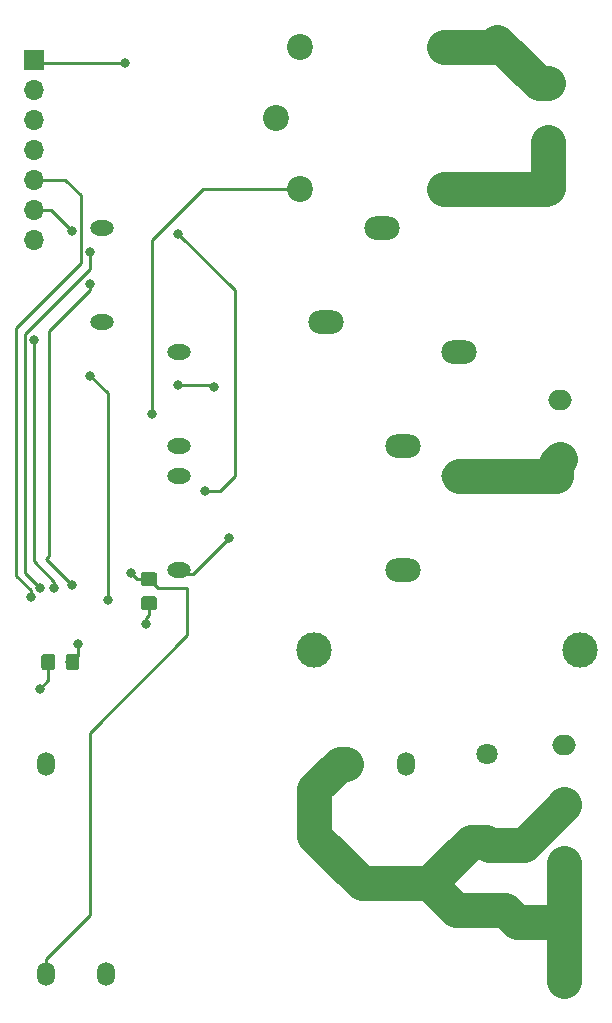
<source format=gbr>
G04 #@! TF.GenerationSoftware,KiCad,Pcbnew,5.0.2+dfsg1-1~bpo9+1*
G04 #@! TF.CreationDate,2019-02-03T14:49:37+01:00*
G04 #@! TF.ProjectId,rollershutter-light-control,726f6c6c-6572-4736-9875-747465722d6c,rev?*
G04 #@! TF.SameCoordinates,Original*
G04 #@! TF.FileFunction,Copper,L2,Bot*
G04 #@! TF.FilePolarity,Positive*
%FSLAX46Y46*%
G04 Gerber Fmt 4.6, Leading zero omitted, Abs format (unit mm)*
G04 Created by KiCad (PCBNEW 5.0.2+dfsg1-1~bpo9+1) date Sun 03 Feb 2019 02:49:37 PM CET*
%MOMM*%
%LPD*%
G01*
G04 APERTURE LIST*
G04 #@! TA.AperFunction,ComponentPad*
%ADD10C,2.200000*%
G04 #@! TD*
G04 #@! TA.AperFunction,Conductor*
%ADD11C,0.100000*%
G04 #@! TD*
G04 #@! TA.AperFunction,SMDPad,CuDef*
%ADD12C,1.150000*%
G04 #@! TD*
G04 #@! TA.AperFunction,ComponentPad*
%ADD13O,1.524000X2.000000*%
G04 #@! TD*
G04 #@! TA.AperFunction,ComponentPad*
%ADD14O,1.700000X1.700000*%
G04 #@! TD*
G04 #@! TA.AperFunction,ComponentPad*
%ADD15R,1.700000X1.700000*%
G04 #@! TD*
G04 #@! TA.AperFunction,ComponentPad*
%ADD16C,3.000000*%
G04 #@! TD*
G04 #@! TA.AperFunction,ComponentPad*
%ADD17O,3.000000X2.000000*%
G04 #@! TD*
G04 #@! TA.AperFunction,ComponentPad*
%ADD18O,2.000000X1.300000*%
G04 #@! TD*
G04 #@! TA.AperFunction,ComponentPad*
%ADD19C,1.800000*%
G04 #@! TD*
G04 #@! TA.AperFunction,ComponentPad*
%ADD20O,2.000000X1.700000*%
G04 #@! TD*
G04 #@! TA.AperFunction,ViaPad*
%ADD21C,0.800000*%
G04 #@! TD*
G04 #@! TA.AperFunction,Conductor*
%ADD22C,3.000000*%
G04 #@! TD*
G04 #@! TA.AperFunction,Conductor*
%ADD23C,0.250000*%
G04 #@! TD*
G04 APERTURE END LIST*
D10*
G04 #@! TO.P,K4,14*
G04 #@! TO.N,Net-(J3-Pad2)*
X247700000Y-68950000D03*
G04 #@! TO.P,K4,A1*
G04 #@! TO.N,+5V*
X235500000Y-68950000D03*
G04 #@! TO.P,K4,A2*
G04 #@! TO.N,Net-(K4-PadA2)*
X235500000Y-80950000D03*
G04 #@! TO.P,K4,11*
G04 #@! TO.N,Net-(K1-Pad14)*
X233500000Y-74950000D03*
G04 #@! TO.P,K4,12*
G04 #@! TO.N,Net-(J3-Pad1)*
X247700000Y-80950000D03*
G04 #@! TD*
D11*
G04 #@! TO.N,GND*
G04 #@! TO.C,C1*
G36*
X223224505Y-113401204D02*
X223248773Y-113404804D01*
X223272572Y-113410765D01*
X223295671Y-113419030D01*
X223317850Y-113429520D01*
X223338893Y-113442132D01*
X223358599Y-113456747D01*
X223376777Y-113473223D01*
X223393253Y-113491401D01*
X223407868Y-113511107D01*
X223420480Y-113532150D01*
X223430970Y-113554329D01*
X223439235Y-113577428D01*
X223445196Y-113601227D01*
X223448796Y-113625495D01*
X223450000Y-113649999D01*
X223450000Y-114300001D01*
X223448796Y-114324505D01*
X223445196Y-114348773D01*
X223439235Y-114372572D01*
X223430970Y-114395671D01*
X223420480Y-114417850D01*
X223407868Y-114438893D01*
X223393253Y-114458599D01*
X223376777Y-114476777D01*
X223358599Y-114493253D01*
X223338893Y-114507868D01*
X223317850Y-114520480D01*
X223295671Y-114530970D01*
X223272572Y-114539235D01*
X223248773Y-114545196D01*
X223224505Y-114548796D01*
X223200001Y-114550000D01*
X222299999Y-114550000D01*
X222275495Y-114548796D01*
X222251227Y-114545196D01*
X222227428Y-114539235D01*
X222204329Y-114530970D01*
X222182150Y-114520480D01*
X222161107Y-114507868D01*
X222141401Y-114493253D01*
X222123223Y-114476777D01*
X222106747Y-114458599D01*
X222092132Y-114438893D01*
X222079520Y-114417850D01*
X222069030Y-114395671D01*
X222060765Y-114372572D01*
X222054804Y-114348773D01*
X222051204Y-114324505D01*
X222050000Y-114300001D01*
X222050000Y-113649999D01*
X222051204Y-113625495D01*
X222054804Y-113601227D01*
X222060765Y-113577428D01*
X222069030Y-113554329D01*
X222079520Y-113532150D01*
X222092132Y-113511107D01*
X222106747Y-113491401D01*
X222123223Y-113473223D01*
X222141401Y-113456747D01*
X222161107Y-113442132D01*
X222182150Y-113429520D01*
X222204329Y-113419030D01*
X222227428Y-113410765D01*
X222251227Y-113404804D01*
X222275495Y-113401204D01*
X222299999Y-113400000D01*
X223200001Y-113400000D01*
X223224505Y-113401204D01*
X223224505Y-113401204D01*
G37*
D12*
G04 #@! TD*
G04 #@! TO.P,C1,1*
G04 #@! TO.N,GND*
X222750000Y-113975000D03*
D11*
G04 #@! TO.N,+3V3*
G04 #@! TO.C,C1*
G36*
X223224505Y-115451204D02*
X223248773Y-115454804D01*
X223272572Y-115460765D01*
X223295671Y-115469030D01*
X223317850Y-115479520D01*
X223338893Y-115492132D01*
X223358599Y-115506747D01*
X223376777Y-115523223D01*
X223393253Y-115541401D01*
X223407868Y-115561107D01*
X223420480Y-115582150D01*
X223430970Y-115604329D01*
X223439235Y-115627428D01*
X223445196Y-115651227D01*
X223448796Y-115675495D01*
X223450000Y-115699999D01*
X223450000Y-116350001D01*
X223448796Y-116374505D01*
X223445196Y-116398773D01*
X223439235Y-116422572D01*
X223430970Y-116445671D01*
X223420480Y-116467850D01*
X223407868Y-116488893D01*
X223393253Y-116508599D01*
X223376777Y-116526777D01*
X223358599Y-116543253D01*
X223338893Y-116557868D01*
X223317850Y-116570480D01*
X223295671Y-116580970D01*
X223272572Y-116589235D01*
X223248773Y-116595196D01*
X223224505Y-116598796D01*
X223200001Y-116600000D01*
X222299999Y-116600000D01*
X222275495Y-116598796D01*
X222251227Y-116595196D01*
X222227428Y-116589235D01*
X222204329Y-116580970D01*
X222182150Y-116570480D01*
X222161107Y-116557868D01*
X222141401Y-116543253D01*
X222123223Y-116526777D01*
X222106747Y-116508599D01*
X222092132Y-116488893D01*
X222079520Y-116467850D01*
X222069030Y-116445671D01*
X222060765Y-116422572D01*
X222054804Y-116398773D01*
X222051204Y-116374505D01*
X222050000Y-116350001D01*
X222050000Y-115699999D01*
X222051204Y-115675495D01*
X222054804Y-115651227D01*
X222060765Y-115627428D01*
X222069030Y-115604329D01*
X222079520Y-115582150D01*
X222092132Y-115561107D01*
X222106747Y-115541401D01*
X222123223Y-115523223D01*
X222141401Y-115506747D01*
X222161107Y-115492132D01*
X222182150Y-115479520D01*
X222204329Y-115469030D01*
X222227428Y-115460765D01*
X222251227Y-115454804D01*
X222275495Y-115451204D01*
X222299999Y-115450000D01*
X223200001Y-115450000D01*
X223224505Y-115451204D01*
X223224505Y-115451204D01*
G37*
D12*
G04 #@! TD*
G04 #@! TO.P,C1,2*
G04 #@! TO.N,+3V3*
X222750000Y-116025000D03*
D13*
G04 #@! TO.P,PS1,16*
G04 #@! TO.N,+5V*
X219090000Y-147390000D03*
G04 #@! TO.P,PS1,14*
G04 #@! TO.N,GND*
X214010000Y-147390000D03*
G04 #@! TO.P,PS1,NC*
G04 #@! TO.N,N/C*
X214010000Y-129610000D03*
G04 #@! TO.P,PS1,3*
G04 #@! TO.N,Net-(J1-Pad1)*
X239410000Y-129610000D03*
G04 #@! TO.P,PS1,1*
G04 #@! TO.N,Net-(F1-Pad1)*
X244490000Y-129610000D03*
G04 #@! TD*
D14*
G04 #@! TO.P,J2,7*
G04 #@! TO.N,Net-(J2-Pad7)*
X213000000Y-85240000D03*
G04 #@! TO.P,J2,6*
G04 #@! TO.N,Net-(J2-Pad6)*
X213000000Y-82700000D03*
G04 #@! TO.P,J2,5*
G04 #@! TO.N,Net-(J2-Pad5)*
X213000000Y-80160000D03*
G04 #@! TO.P,J2,4*
G04 #@! TO.N,Net-(J2-Pad4)*
X213000000Y-77620000D03*
G04 #@! TO.P,J2,3*
G04 #@! TO.N,GND*
X213000000Y-75080000D03*
G04 #@! TO.P,J2,2*
G04 #@! TO.N,+5V*
X213000000Y-72540000D03*
D15*
G04 #@! TO.P,J2,1*
G04 #@! TO.N,+3V3*
X213000000Y-70000000D03*
G04 #@! TD*
D11*
G04 #@! TO.N,+3V3*
G04 #@! TO.C,R1*
G36*
X214574505Y-120301204D02*
X214598773Y-120304804D01*
X214622572Y-120310765D01*
X214645671Y-120319030D01*
X214667850Y-120329520D01*
X214688893Y-120342132D01*
X214708599Y-120356747D01*
X214726777Y-120373223D01*
X214743253Y-120391401D01*
X214757868Y-120411107D01*
X214770480Y-120432150D01*
X214780970Y-120454329D01*
X214789235Y-120477428D01*
X214795196Y-120501227D01*
X214798796Y-120525495D01*
X214800000Y-120549999D01*
X214800000Y-121450001D01*
X214798796Y-121474505D01*
X214795196Y-121498773D01*
X214789235Y-121522572D01*
X214780970Y-121545671D01*
X214770480Y-121567850D01*
X214757868Y-121588893D01*
X214743253Y-121608599D01*
X214726777Y-121626777D01*
X214708599Y-121643253D01*
X214688893Y-121657868D01*
X214667850Y-121670480D01*
X214645671Y-121680970D01*
X214622572Y-121689235D01*
X214598773Y-121695196D01*
X214574505Y-121698796D01*
X214550001Y-121700000D01*
X213899999Y-121700000D01*
X213875495Y-121698796D01*
X213851227Y-121695196D01*
X213827428Y-121689235D01*
X213804329Y-121680970D01*
X213782150Y-121670480D01*
X213761107Y-121657868D01*
X213741401Y-121643253D01*
X213723223Y-121626777D01*
X213706747Y-121608599D01*
X213692132Y-121588893D01*
X213679520Y-121567850D01*
X213669030Y-121545671D01*
X213660765Y-121522572D01*
X213654804Y-121498773D01*
X213651204Y-121474505D01*
X213650000Y-121450001D01*
X213650000Y-120549999D01*
X213651204Y-120525495D01*
X213654804Y-120501227D01*
X213660765Y-120477428D01*
X213669030Y-120454329D01*
X213679520Y-120432150D01*
X213692132Y-120411107D01*
X213706747Y-120391401D01*
X213723223Y-120373223D01*
X213741401Y-120356747D01*
X213761107Y-120342132D01*
X213782150Y-120329520D01*
X213804329Y-120319030D01*
X213827428Y-120310765D01*
X213851227Y-120304804D01*
X213875495Y-120301204D01*
X213899999Y-120300000D01*
X214550001Y-120300000D01*
X214574505Y-120301204D01*
X214574505Y-120301204D01*
G37*
D12*
G04 #@! TD*
G04 #@! TO.P,R1,2*
G04 #@! TO.N,+3V3*
X214225000Y-121000000D03*
D11*
G04 #@! TO.N,Net-(J2-Pad7)*
G04 #@! TO.C,R1*
G36*
X216624505Y-120301204D02*
X216648773Y-120304804D01*
X216672572Y-120310765D01*
X216695671Y-120319030D01*
X216717850Y-120329520D01*
X216738893Y-120342132D01*
X216758599Y-120356747D01*
X216776777Y-120373223D01*
X216793253Y-120391401D01*
X216807868Y-120411107D01*
X216820480Y-120432150D01*
X216830970Y-120454329D01*
X216839235Y-120477428D01*
X216845196Y-120501227D01*
X216848796Y-120525495D01*
X216850000Y-120549999D01*
X216850000Y-121450001D01*
X216848796Y-121474505D01*
X216845196Y-121498773D01*
X216839235Y-121522572D01*
X216830970Y-121545671D01*
X216820480Y-121567850D01*
X216807868Y-121588893D01*
X216793253Y-121608599D01*
X216776777Y-121626777D01*
X216758599Y-121643253D01*
X216738893Y-121657868D01*
X216717850Y-121670480D01*
X216695671Y-121680970D01*
X216672572Y-121689235D01*
X216648773Y-121695196D01*
X216624505Y-121698796D01*
X216600001Y-121700000D01*
X215949999Y-121700000D01*
X215925495Y-121698796D01*
X215901227Y-121695196D01*
X215877428Y-121689235D01*
X215854329Y-121680970D01*
X215832150Y-121670480D01*
X215811107Y-121657868D01*
X215791401Y-121643253D01*
X215773223Y-121626777D01*
X215756747Y-121608599D01*
X215742132Y-121588893D01*
X215729520Y-121567850D01*
X215719030Y-121545671D01*
X215710765Y-121522572D01*
X215704804Y-121498773D01*
X215701204Y-121474505D01*
X215700000Y-121450001D01*
X215700000Y-120549999D01*
X215701204Y-120525495D01*
X215704804Y-120501227D01*
X215710765Y-120477428D01*
X215719030Y-120454329D01*
X215729520Y-120432150D01*
X215742132Y-120411107D01*
X215756747Y-120391401D01*
X215773223Y-120373223D01*
X215791401Y-120356747D01*
X215811107Y-120342132D01*
X215832150Y-120329520D01*
X215854329Y-120319030D01*
X215877428Y-120310765D01*
X215901227Y-120304804D01*
X215925495Y-120301204D01*
X215949999Y-120300000D01*
X216600001Y-120300000D01*
X216624505Y-120301204D01*
X216624505Y-120301204D01*
G37*
D12*
G04 #@! TD*
G04 #@! TO.P,R1,1*
G04 #@! TO.N,Net-(J2-Pad7)*
X216275000Y-121000000D03*
D16*
G04 #@! TO.P,F1,2*
G04 #@! TO.N,L*
X259250000Y-120000000D03*
G04 #@! TO.P,F1,1*
G04 #@! TO.N,Net-(F1-Pad1)*
X236750000Y-120000000D03*
G04 #@! TD*
D17*
G04 #@! TO.P,K3,11*
G04 #@! TO.N,L*
X244250000Y-102750000D03*
D18*
G04 #@! TO.P,K3,A1*
G04 #@! TO.N,+5V*
X225300000Y-94750000D03*
G04 #@! TO.P,K3,A2*
G04 #@! TO.N,Net-(K3-PadA2)*
X225300000Y-102750000D03*
D17*
G04 #@! TO.P,K3,14*
G04 #@! TO.N,Net-(J4-Pad2)*
X249000000Y-94750000D03*
G04 #@! TD*
G04 #@! TO.P,K2,11*
G04 #@! TO.N,L*
X244250000Y-113250000D03*
D18*
G04 #@! TO.P,K2,A1*
G04 #@! TO.N,+5V*
X225300000Y-105250000D03*
G04 #@! TO.P,K2,A2*
G04 #@! TO.N,Net-(K2-PadA2)*
X225300000Y-113250000D03*
D17*
G04 #@! TO.P,K2,14*
G04 #@! TO.N,Net-(J4-Pad1)*
X249000000Y-105250000D03*
G04 #@! TD*
G04 #@! TO.P,K1,11*
G04 #@! TO.N,L*
X237750000Y-92250000D03*
D18*
G04 #@! TO.P,K1,A1*
G04 #@! TO.N,+5V*
X218800000Y-84250000D03*
G04 #@! TO.P,K1,A2*
G04 #@! TO.N,Net-(K1-PadA2)*
X218800000Y-92250000D03*
D17*
G04 #@! TO.P,K1,14*
G04 #@! TO.N,Net-(K1-Pad14)*
X242500000Y-84250000D03*
G04 #@! TD*
D19*
G04 #@! TO.P,RV1,2*
G04 #@! TO.N,L*
X251400000Y-128750000D03*
G04 #@! TO.P,RV1,1*
G04 #@! TO.N,Net-(J1-Pad1)*
X250000000Y-136250000D03*
G04 #@! TD*
D20*
G04 #@! TO.P,J4,1*
G04 #@! TO.N,Net-(J4-Pad1)*
X257550000Y-103850000D03*
G04 #@! TO.P,J4,2*
G04 #@! TO.N,Net-(J4-Pad2)*
X257550000Y-98850000D03*
G04 #@! TD*
G04 #@! TO.P,J3,1*
G04 #@! TO.N,Net-(J3-Pad1)*
X256500000Y-77000000D03*
G04 #@! TO.P,J3,2*
G04 #@! TO.N,Net-(J3-Pad2)*
X256500000Y-72000000D03*
G04 #@! TD*
G04 #@! TO.P,J1,1*
G04 #@! TO.N,Net-(J1-Pad1)*
X257900000Y-148000000D03*
G04 #@! TO.P,J1,2*
X257900000Y-143000000D03*
G04 #@! TO.P,J1,3*
X257900000Y-138000000D03*
G04 #@! TO.P,J1,4*
X257900000Y-133000000D03*
G04 #@! TO.P,J1,5*
G04 #@! TO.N,L*
X257900000Y-128000000D03*
G04 #@! TD*
D21*
G04 #@! TO.N,+3V3*
X222500000Y-117750000D03*
X213500000Y-123250000D03*
X227500000Y-106500000D03*
X225250000Y-84750000D03*
X220750000Y-70250000D03*
G04 #@! TO.N,Net-(J2-Pad6)*
X213500000Y-114750000D03*
X217750000Y-86250000D03*
X216250000Y-84500000D03*
G04 #@! TO.N,Net-(J2-Pad5)*
X212750000Y-115500000D03*
G04 #@! TO.N,Net-(J2-Pad7)*
X216750000Y-119500000D03*
X214750000Y-114750000D03*
X213000000Y-93750000D03*
G04 #@! TO.N,Net-(J2-Pad4)*
X216250000Y-114500000D03*
X217750000Y-89000000D03*
G04 #@! TO.N,Net-(U1-Pad15)*
X217750000Y-96750000D03*
X219250000Y-115750000D03*
G04 #@! TO.N,GND*
X221250000Y-113500000D03*
G04 #@! TO.N,Net-(K2-PadA2)*
X225237347Y-97512653D03*
X228250000Y-97750000D03*
X229500000Y-110500000D03*
G04 #@! TO.N,Net-(K4-PadA2)*
X223000000Y-100000000D03*
G04 #@! TD*
D22*
G04 #@! TO.N,Net-(J1-Pad1)*
X239410000Y-129610000D02*
X238890000Y-129610000D01*
X238890000Y-129610000D02*
X236750000Y-131750000D01*
X236750000Y-131750000D02*
X236750000Y-135750000D01*
X236750000Y-135750000D02*
X240750000Y-139750000D01*
X246500000Y-139750000D02*
X250000000Y-136250000D01*
X240750000Y-139750000D02*
X246500000Y-139750000D01*
X257900000Y-133100000D02*
X257900000Y-133000000D01*
X250000000Y-136250000D02*
X251272792Y-136250000D01*
X254500000Y-136500000D02*
X257900000Y-133100000D01*
X251272792Y-136250000D02*
X251522792Y-136500000D01*
X251522792Y-136500000D02*
X254500000Y-136500000D01*
X257900000Y-138000000D02*
X257900000Y-143000000D01*
X257900000Y-143000000D02*
X257900000Y-148000000D01*
X253900000Y-143000000D02*
X252900000Y-142000000D01*
X257900000Y-143000000D02*
X253900000Y-143000000D01*
X248750000Y-142000000D02*
X246500000Y-139750000D01*
X252900000Y-142000000D02*
X248750000Y-142000000D01*
G04 #@! TO.N,Net-(J3-Pad2)*
X256500000Y-72000000D02*
X255750000Y-72000000D01*
X255750000Y-72000000D02*
X252250000Y-68500000D01*
X251800000Y-68950000D02*
X247700000Y-68950000D01*
X252250000Y-68500000D02*
X251800000Y-68950000D01*
G04 #@! TO.N,Net-(J3-Pad1)*
X256500000Y-80850000D02*
X256500000Y-77000000D01*
X256400000Y-80950000D02*
X256500000Y-80850000D01*
X247700000Y-80950000D02*
X256400000Y-80950000D01*
G04 #@! TO.N,Net-(J4-Pad1)*
X257250000Y-104150000D02*
X257550000Y-103850000D01*
X257250000Y-105250000D02*
X257250000Y-104150000D01*
X249000000Y-105250000D02*
X257250000Y-105250000D01*
D23*
G04 #@! TO.N,+3V3*
X222750000Y-116025000D02*
X222750000Y-117000000D01*
X222500000Y-117250000D02*
X222500000Y-117750000D01*
X222750000Y-117000000D02*
X222500000Y-117250000D01*
X214225000Y-122525000D02*
X214225000Y-121000000D01*
X213500000Y-123250000D02*
X214225000Y-122525000D01*
X227500000Y-106500000D02*
X228750000Y-106500000D01*
X228750000Y-106500000D02*
X230000000Y-105250000D01*
X230000000Y-89500000D02*
X225250000Y-84750000D01*
X230000000Y-105250000D02*
X230000000Y-89500000D01*
X213250000Y-70250000D02*
X213000000Y-70000000D01*
X220750000Y-70250000D02*
X213250000Y-70250000D01*
G04 #@! TO.N,Net-(J2-Pad6)*
X213500000Y-114750000D02*
X212250000Y-113500000D01*
X212250000Y-113500000D02*
X212250000Y-108750000D01*
X212250000Y-108750000D02*
X212250000Y-93250000D01*
X212250000Y-93250000D02*
X213250000Y-92250000D01*
X217750000Y-87750000D02*
X217750000Y-86250000D01*
X213250000Y-92250000D02*
X217750000Y-87750000D01*
X214450000Y-82700000D02*
X213000000Y-82700000D01*
X216250000Y-84500000D02*
X214450000Y-82700000D01*
G04 #@! TO.N,Net-(J2-Pad5)*
X212750000Y-114934315D02*
X211500000Y-113684315D01*
X212750000Y-115500000D02*
X212750000Y-114934315D01*
X211500000Y-113684315D02*
X211500000Y-92750000D01*
X211500000Y-92750000D02*
X217000000Y-87250000D01*
X217000000Y-87250000D02*
X217000000Y-81500000D01*
X215660000Y-80160000D02*
X213000000Y-80160000D01*
X217000000Y-81500000D02*
X215660000Y-80160000D01*
G04 #@! TO.N,Net-(J2-Pad7)*
X216750000Y-120525000D02*
X216275000Y-121000000D01*
X216750000Y-119500000D02*
X216750000Y-120525000D01*
X214750000Y-114184315D02*
X213000000Y-112434315D01*
X214750000Y-114750000D02*
X214750000Y-114184315D01*
X213000000Y-112434315D02*
X213000000Y-93750000D01*
G04 #@! TO.N,Net-(J2-Pad4)*
X216250000Y-114500000D02*
X214000000Y-112250000D01*
X214000000Y-112250000D02*
X214250000Y-112000000D01*
X214250000Y-112000000D02*
X214250000Y-93000000D01*
X217750000Y-89500000D02*
X217750000Y-89000000D01*
X214250000Y-93000000D02*
X217750000Y-89500000D01*
G04 #@! TO.N,Net-(U1-Pad15)*
X219250000Y-98250000D02*
X219250000Y-115750000D01*
X217750000Y-96750000D02*
X219250000Y-98250000D01*
G04 #@! TO.N,GND*
X214010000Y-146140000D02*
X214010000Y-147390000D01*
X217750000Y-127000000D02*
X217750000Y-142400000D01*
X217750000Y-142400000D02*
X214010000Y-146140000D01*
X222750000Y-113975000D02*
X223525000Y-114750000D01*
X223525000Y-114750000D02*
X226000000Y-114750000D01*
X226000000Y-114750000D02*
X226000000Y-118750000D01*
X226000000Y-118750000D02*
X217750000Y-127000000D01*
X221725000Y-113975000D02*
X221250000Y-113500000D01*
X222750000Y-113975000D02*
X221725000Y-113975000D01*
G04 #@! TO.N,Net-(K2-PadA2)*
X228012653Y-97512653D02*
X228250000Y-97750000D01*
X225237347Y-97512653D02*
X228012653Y-97512653D01*
X225599990Y-113549990D02*
X225300000Y-113250000D01*
X226450010Y-113549990D02*
X225599990Y-113549990D01*
X229500000Y-110500000D02*
X226450010Y-113549990D01*
G04 #@! TO.N,Net-(K4-PadA2)*
X235500000Y-80950000D02*
X227300000Y-80950000D01*
X223000000Y-85250000D02*
X223000000Y-100000000D01*
X227300000Y-80950000D02*
X223000000Y-85250000D01*
G04 #@! TD*
M02*

</source>
